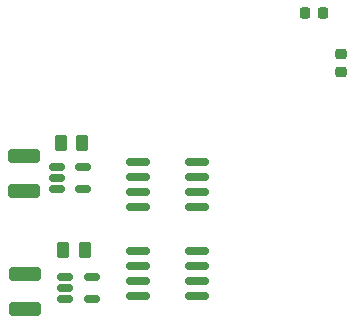
<source format=gbr>
%TF.GenerationSoftware,KiCad,Pcbnew,7.0.8-7.0.8~ubuntu22.04.1*%
%TF.CreationDate,2023-11-01T15:39:39+03:00*%
%TF.ProjectId,main-module,6d61696e-2d6d-46f6-9475-6c652e6b6963,rev?*%
%TF.SameCoordinates,Original*%
%TF.FileFunction,Paste,Bot*%
%TF.FilePolarity,Positive*%
%FSLAX46Y46*%
G04 Gerber Fmt 4.6, Leading zero omitted, Abs format (unit mm)*
G04 Created by KiCad (PCBNEW 7.0.8-7.0.8~ubuntu22.04.1) date 2023-11-01 15:39:39*
%MOMM*%
%LPD*%
G01*
G04 APERTURE LIST*
G04 Aperture macros list*
%AMRoundRect*
0 Rectangle with rounded corners*
0 $1 Rounding radius*
0 $2 $3 $4 $5 $6 $7 $8 $9 X,Y pos of 4 corners*
0 Add a 4 corners polygon primitive as box body*
4,1,4,$2,$3,$4,$5,$6,$7,$8,$9,$2,$3,0*
0 Add four circle primitives for the rounded corners*
1,1,$1+$1,$2,$3*
1,1,$1+$1,$4,$5*
1,1,$1+$1,$6,$7*
1,1,$1+$1,$8,$9*
0 Add four rect primitives between the rounded corners*
20,1,$1+$1,$2,$3,$4,$5,0*
20,1,$1+$1,$4,$5,$6,$7,0*
20,1,$1+$1,$6,$7,$8,$9,0*
20,1,$1+$1,$8,$9,$2,$3,0*%
G04 Aperture macros list end*
%ADD10RoundRect,0.225000X0.250000X-0.225000X0.250000X0.225000X-0.250000X0.225000X-0.250000X-0.225000X0*%
%ADD11RoundRect,0.150000X-0.512500X-0.150000X0.512500X-0.150000X0.512500X0.150000X-0.512500X0.150000X0*%
%ADD12RoundRect,0.250000X-0.262500X-0.450000X0.262500X-0.450000X0.262500X0.450000X-0.262500X0.450000X0*%
%ADD13RoundRect,0.150000X-0.825000X-0.150000X0.825000X-0.150000X0.825000X0.150000X-0.825000X0.150000X0*%
%ADD14RoundRect,0.250000X-1.100000X0.325000X-1.100000X-0.325000X1.100000X-0.325000X1.100000X0.325000X0*%
%ADD15RoundRect,0.225000X-0.225000X-0.250000X0.225000X-0.250000X0.225000X0.250000X-0.225000X0.250000X0*%
G04 APERTURE END LIST*
D10*
%TO.C,C35*%
X173925000Y-67472500D03*
X173925000Y-65922500D03*
%TD*%
D11*
%TO.C,U11*%
X150600036Y-86700000D03*
X150600036Y-85750000D03*
X150600036Y-84800000D03*
X152875036Y-84800000D03*
X152875036Y-86700000D03*
%TD*%
D12*
%TO.C,R16*%
X150437500Y-82487500D03*
X152262500Y-82487500D03*
%TD*%
D13*
%TO.C,Q8*%
X156775000Y-78905000D03*
X156775000Y-77635000D03*
X156775000Y-76365000D03*
X156775000Y-75095000D03*
X161725000Y-75095000D03*
X161725000Y-76365000D03*
X161725000Y-77635000D03*
X161725000Y-78905000D03*
%TD*%
%TO.C,Q7*%
X156775000Y-86405000D03*
X156775000Y-85135000D03*
X156775000Y-83865000D03*
X156775000Y-82595000D03*
X161725000Y-82595000D03*
X161725000Y-83865000D03*
X161725000Y-85135000D03*
X161725000Y-86405000D03*
%TD*%
D14*
%TO.C,C30*%
X147200000Y-84525000D03*
X147200000Y-87475000D03*
%TD*%
%TO.C,C28*%
X147150000Y-74537500D03*
X147150000Y-77487500D03*
%TD*%
D15*
%TO.C,C33*%
X170900000Y-62447500D03*
X172450000Y-62447500D03*
%TD*%
D11*
%TO.C,U12*%
X149875000Y-77387500D03*
X149875000Y-76437500D03*
X149875000Y-75487500D03*
X152150000Y-75487500D03*
X152150000Y-77387500D03*
%TD*%
D12*
%TO.C,R17*%
X150237500Y-73487500D03*
X152062500Y-73487500D03*
%TD*%
M02*

</source>
